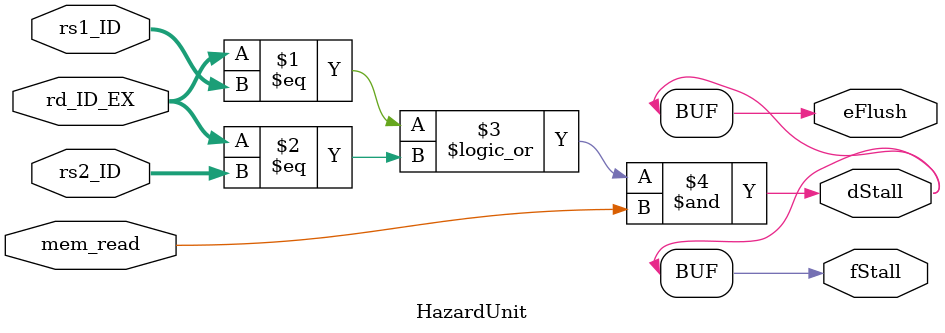
<source format=sv>
`timescale 1ns / 1ps


module HazardUnit(
        input       [4:0]   rs1_ID, 
        input       [4:0]   rs2_ID, 
        input       [4:0]   rd_ID_EX,
        input               mem_read,
        output reg          fStall, dStall, eFlush
    );

    assign fStall = (rd_ID_EX == rs1_ID || rd_ID_EX == rs2_ID ) & mem_read;
    assign dStall = fStall;
    assign eFlush = fStall;
endmodule

</source>
